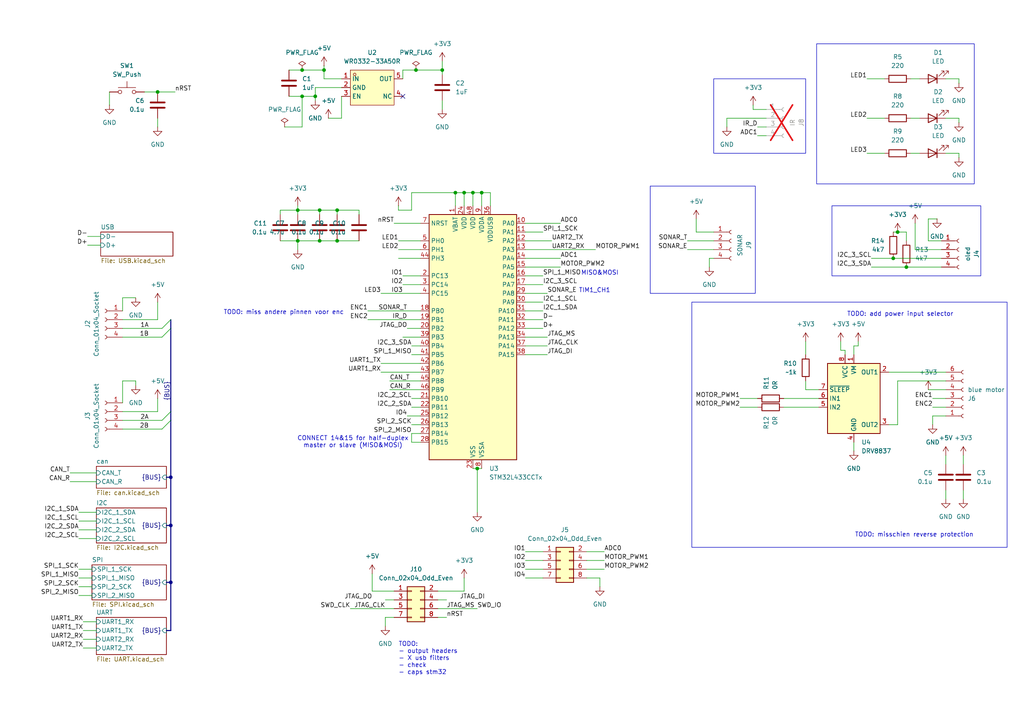
<source format=kicad_sch>
(kicad_sch (version 20231120) (generator "eeschema") (generator_version "8.0")
  (paper "A4")
  (lib_symbols
    (symbol "Connector:Conn_01x04_Socket" (pin_names (offset 1.016) hide)
      (property "Reference" "J" (at 0 5.08 0))
      (property "Value" "Conn_01x04_Socket" (at 0 -7.62 0))
      (symbol "Conn_01x04_Socket_1_1"
        (pin passive line (at -5.08 2.54 0) (length 3.81) (name "Pin_1") (number "1"))
        (pin passive line (at -5.08 0 0) (length 3.81) (name "Pin_2") (number "2"))
        (pin passive line (at -5.08 -2.54 0) (length 3.81) (name "Pin_3") (number "3"))
        (pin passive line (at -5.08 -5.08 0) (length 3.81) (name "Pin_4") (number "4"))
      )
    )
    (symbol "Connector:Conn_01x06_Socket" (pin_names (offset 1.016) hide)
      (property "Reference" "J" (at 0 7.62 0))
      (property "Value" "Conn_01x06_Socket" (at 0 -10.16 0))
      (symbol "Conn_01x06_Socket_1_1"
        (pin passive line (at -5.08 5.08 0) (length 3.81) (name "Pin_1") (number "1"))
        (pin passive line (at -5.08 2.54 0) (length 3.81) (name "Pin_2") (number "2"))
        (pin passive line (at -5.08 0 0) (length 3.81) (name "Pin_3") (number "3"))
        (pin passive line (at -5.08 -2.54 0) (length 3.81) (name "Pin_4") (number "4"))
        (pin passive line (at -5.08 -5.08 0) (length 3.81) (name "Pin_5") (number "5"))
        (pin passive line (at -5.08 -7.62 0) (length 3.81) (name "Pin_6") (number "6"))
      )
    )
    (symbol "Connector_Generic:Conn_02x04_Odd_Even" (pin_names (offset 1.016) hide)
      (property "Reference" "J" (at 1.27 5.08 0))
      (property "Value" "Conn_02x04_Odd_Even" (at 1.27 -7.62 0))
      (symbol "Conn_02x04_Odd_Even_1_1"
        (pin passive line (at -5.08 2.54 0) (length 3.81) (name "Pin_1") (number "1"))
        (pin passive line (at 7.62 2.54 180) (length 3.81) (name "Pin_2") (number "2"))
        (pin passive line (at -5.08 0 0) (length 3.81) (name "Pin_3") (number "3"))
        (pin passive line (at 7.62 0 180) (length 3.81) (name "Pin_4") (number "4"))
        (pin passive line (at -5.08 -2.54 0) (length 3.81) (name "Pin_5") (number "5"))
        (pin passive line (at 7.62 -2.54 180) (length 3.81) (name "Pin_6") (number "6"))
        (pin passive line (at -5.08 -5.08 0) (length 3.81) (name "Pin_7") (number "7"))
        (pin passive line (at 7.62 -5.08 180) (length 3.81) (name "Pin_8") (number "8"))
      )
    )
    (symbol "Device:C" (pin_numbers hide) (pin_names (offset 0.254))
      (property "Reference" "C" (at 0.635 2.54 0))
      (property "Value" "C" (at 0.635 -2.54 0))
      (symbol "C_1_1"
        (pin passive line (at 0 3.81 270) (length 2.794) (name "~") (number "1"))
        (pin passive line (at 0 -3.81 90) (length 2.794) (name "~") (number "2"))
      )
    )
    (symbol "Device:LED" (pin_numbers hide) (pin_names (offset 1.016) hide)
      (property "Reference" "D" (at 0 2.54 0))
      (property "Value" "LED" (at 0 -2.54 0))
      (symbol "LED_1_1"
        (pin passive line (at -3.81 0 0) (length 2.54) (name "K") (number "1"))
        (pin passive line (at 3.81 0 180) (length 2.54) (name "A") (number "2"))
      )
    )
    (symbol "Device:R" (pin_numbers hide) (pin_names (offset 0))
      (property "Reference" "R" (at 2.032 0 90))
      (property "Value" "R" (at 0 0 90))
      (symbol "R_1_1"
        (pin passive line (at 0 3.81 270) (length 1.27) (name "~") (number "1"))
        (pin passive line (at 0 -3.81 90) (length 1.27) (name "~") (number "2"))
      )
    )
    (symbol "Driver_Motor:DRV8837"
      (property "Reference" "U" (at 6.35 11.43 0))
      (property "Value" "DRV8837" (at -10.16 11.43 0))
      (symbol "DRV8837_1_1"
        (pin power_in line (at 0 12.7 270) (length 2.54) (name "VM") (number "1"))
        (pin output line (at 10.16 7.62 180) (length 2.54) (name "OUT1") (number "2"))
        (pin output line (at 10.16 -7.62 180) (length 2.54) (name "OUT2") (number "3"))
        (pin power_in line (at 0 -12.7 90) (length 2.54) (name "GND") (number "4"))
        (pin input line (at -10.16 -2.54 0) (length 2.54) (name "IN2") (number "5"))
        (pin input line (at -10.16 0 0) (length 2.54) (name "IN1") (number "6"))
        (pin input line (at -10.16 2.54 0) (length 2.54) (name "~{SLEEP}") (number "7"))
        (pin power_in line (at -2.54 12.7 270) (length 2.54) (name "VCC") (number "8"))
        (pin passive line (at 0 -12.7 90) (length 2.54) hide (name "GND") (number "9"))
      )
    )
    (symbol "MCU_ST_STM32L4:STM32L433CCTx"
      (property "Reference" "U" (at -12.7 36.83 0))
      (property "Value" "STM32L433CCTx" (at 7.62 36.83 0))
      (symbol "STM32L433CCTx_1_1"
        (pin power_in line (at -5.08 38.1 270) (length 2.54) (name "VBAT") (number "1"))
        (pin bidirectional line (at 15.24 33.02 180) (length 2.54) (name "PA0") (number "10"))
        (pin bidirectional line (at 15.24 30.48 180) (length 2.54) (name "PA1") (number "11"))
        (pin bidirectional line (at 15.24 27.94 180) (length 2.54) (name "PA2") (number "12"))
        (pin bidirectional line (at 15.24 25.4 180) (length 2.54) (name "PA3") (number "13"))
        (pin bidirectional line (at 15.24 22.86 180) (length 2.54) (name "PA4") (number "14"))
        (pin bidirectional line (at 15.24 20.32 180) (length 2.54) (name "PA5") (number "15"))
        (pin bidirectional line (at 15.24 17.78 180) (length 2.54) (name "PA6") (number "16"))
        (pin bidirectional line (at 15.24 15.24 180) (length 2.54) (name "PA7") (number "17"))
        (pin bidirectional line (at -15.24 7.62 0) (length 2.54) (name "PB0") (number "18"))
        (pin bidirectional line (at -15.24 5.08 0) (length 2.54) (name "PB1") (number "19"))
        (pin bidirectional line (at -15.24 17.78 0) (length 2.54) (name "PC13") (number "2"))
        (pin bidirectional line (at -15.24 2.54 0) (length 2.54) (name "PB2") (number "20"))
        (pin bidirectional line (at -15.24 -17.78 0) (length 2.54) (name "PB10") (number "21"))
        (pin bidirectional line (at -15.24 -20.32 0) (length 2.54) (name "PB11") (number "22"))
        (pin power_in line (at 0 -38.1 90) (length 2.54) (name "VSS") (number "23"))
        (pin power_in line (at -2.54 38.1 270) (length 2.54) (name "VDD") (number "24"))
        (pin bidirectional line (at -15.24 -22.86 0) (length 2.54) (name "PB12") (number "25"))
        (pin bidirectional line (at -15.24 -25.4 0) (length 2.54) (name "PB13") (number "26"))
        (pin bidirectional line (at -15.24 -27.94 0) (length 2.54) (name "PB14") (number "27"))
        (pin bidirectional line (at -15.24 -30.48 0) (length 2.54) (name "PB15") (number "28"))
        (pin bidirectional line (at 15.24 12.7 180) (length 2.54) (name "PA8") (number "29"))
        (pin bidirectional line (at -15.24 15.24 0) (length 2.54) (name "PC14") (number "3"))
        (pin bidirectional line (at 15.24 10.16 180) (length 2.54) (name "PA9") (number "30"))
        (pin bidirectional line (at 15.24 7.62 180) (length 2.54) (name "PA10") (number "31"))
        (pin bidirectional line (at 15.24 5.08 180) (length 2.54) (name "PA11") (number "32"))
        (pin bidirectional line (at 15.24 2.54 180) (length 2.54) (name "PA12") (number "33"))
        (pin bidirectional line (at 15.24 0 180) (length 2.54) (name "PA13") (number "34"))
        (pin passive line (at 0 -38.1 90) (length 2.54) hide (name "VSS") (number "35"))
        (pin power_in line (at 5.08 38.1 270) (length 2.54) (name "VDDUSB") (number "36"))
        (pin bidirectional line (at 15.24 -2.54 180) (length 2.54) (name "PA14") (number "37"))
        (pin bidirectional line (at 15.24 -5.08 180) (length 2.54) (name "PA15") (number "38"))
        (pin bidirectional line (at -15.24 0 0) (length 2.54) (name "PB3") (number "39"))
        (pin bidirectional line (at -15.24 12.7 0) (length 2.54) (name "PC15") (number "4"))
        (pin bidirectional line (at -15.24 -2.54 0) (length 2.54) (name "PB4") (number "40"))
        (pin bidirectional line (at -15.24 -5.08 0) (length 2.54) (name "PB5") (number "41"))
        (pin bidirectional line (at -15.24 -7.62 0) (length 2.54) (name "PB6") (number "42"))
        (pin bidirectional line (at -15.24 -10.16 0) (length 2.54) (name "PB7") (number "43"))
        (pin bidirectional line (at -15.24 22.86 0) (length 2.54) (name "PH3") (number "44"))
        (pin bidirectional line (at -15.24 -12.7 0) (length 2.54) (name "PB8") (number "45"))
        (pin bidirectional line (at -15.24 -15.24 0) (length 2.54) (name "PB9") (number "46"))
        (pin passive line (at 0 -38.1 90) (length 2.54) hide (name "VSS") (number "47"))
        (pin power_in line (at 0 38.1 270) (length 2.54) (name "VDD") (number "48"))
        (pin bidirectional line (at -15.24 27.94 0) (length 2.54) (name "PH0") (number "5"))
        (pin bidirectional line (at -15.24 25.4 0) (length 2.54) (name "PH1") (number "6"))
        (pin input line (at -15.24 33.02 0) (length 2.54) (name "NRST") (number "7"))
        (pin power_in line (at 2.54 -38.1 90) (length 2.54) (name "VSSA") (number "8"))
        (pin power_in line (at 2.54 38.1 270) (length 2.54) (name "VDDA") (number "9"))
      )
    )
    (symbol "Switch:SW_Push" (pin_numbers hide) (pin_names (offset 1.016) hide)
      (property "Reference" "SW" (at 1.27 2.54 0))
      (property "Value" "SW_Push" (at 0 -1.524 0))
      (symbol "SW_Push_0_1"
        (pin passive line (at -5.08 0 0) (length 2.54) (name "1") (number "1"))
        (pin passive line (at 5.08 0 180) (length 2.54) (name "2") (number "2"))
      )
    )
    (symbol "lcsc:WR0332-33A50R"
      (property "Reference" "U" (at 0 7.62 0))
      (property "Value" "WR0332-33A50R" (at 0 -7.62 0))
      (symbol "WR0332-33A50R_0_1"
        (pin unspecified line (at -8.89 2.54 0) (length 2.54) (name "IN") (number "1"))
        (pin unspecified line (at -8.89 0 0) (length 2.54) (name "GND") (number "2"))
        (pin unspecified line (at -8.89 -2.54 0) (length 2.54) (name "EN") (number "3"))
        (pin unspecified line (at 8.89 -2.54 180) (length 2.54) (name "NC") (number "4"))
        (pin unspecified line (at 8.89 2.54 180) (length 2.54) (name "OUT") (number "5"))
      )
    )
    (symbol "power:+3V3" (power) (pin_numbers hide) (pin_names (offset 0) hide)
      (property "Value" "+3V3" (at 0 3.556 0))
      (symbol "+3V3_1_1"
        (pin power_in line (at 0 0 90) (length 0) (name "~") (number "1"))
      )
    )
    (symbol "power:+5V" (power) (pin_numbers hide) (pin_names (offset 0) hide)
      (property "Value" "+5V" (at 0 3.556 0))
      (symbol "+5V_1_1"
        (pin power_in line (at 0 0 90) (length 0) (name "~") (number "1"))
      )
    )
    (symbol "power:GND" (power) (pin_numbers hide) (pin_names (offset 0) hide)
      (property "Value" "GND" (at 0 -3.81 0))
      (symbol "GND_1_1"
        (pin power_in line (at 0 0 270) (length 0) (name "~") (number "1"))
      )
    )
    (symbol "power:PWR_FLAG" (power) (pin_numbers hide) (pin_names (offset 0) hide)
      (property "Value" "PWR_FLAG" (at 0 3.81 0))
      (symbol "PWR_FLAG_0_0"
        (pin power_out line (at 0 0 90) (length 0) (name "~") (number "1"))
      )
    )
  )
  (bus_alias "BUS" (members "1A" "1B" "2A" "2B"))
  (bus_alias "BUS2" (members "A" "B"))
  (junction (at 262.89 77.47))
  (junction (at 97.79 69.85))
  (junction (at 49.53 152.4))
  (junction (at 260.35 67.31))
  (junction (at 139.7 55.88))
  (junction (at 86.36 60.96))
  (junction (at 97.79 60.96))
  (junction (at 87.63 20.32))
  (junction (at 92.71 69.85))
  (junction (at 137.16 55.88))
  (junction (at 93.98 20.32))
  (junction (at 92.71 60.96))
  (junction (at 132.08 55.88))
  (junction (at 259.08 74.93))
  (junction (at 49.53 168.91))
  (junction (at 134.62 55.88))
  (junction (at 128.27 20.32))
  (junction (at 138.43 135.89))
  (junction (at 45.72 26.67))
  (junction (at 91.44 27.94))
  (junction (at 87.63 27.94))
  (junction (at 120.65 20.32))
  (junction (at 86.36 69.85))
  (junction (at 49.53 138.43))
  (no_connect (at 116.84 27.94))
  (bus_entry (at 49.53 95.25) (size -2.54 2.54))
  (bus_entry (at 49.53 92.71) (size -2.54 2.54))
  (bus_entry (at 49.53 119.38) (size -2.54 2.54))
  (bus_entry (at 46.99 124.46) (size 2.54 -2.54))
  (wire (pts (xy 264.16 22.86) (xy 266.7 22.86)))
  (wire (pts (xy 157.48 82.55) (xy 152.4 82.55)))
  (wire (pts (xy 152.4 167.64) (xy 157.48 167.64)))
  (wire (pts (xy 175.26 160.02) (xy 170.18 160.02)))
  (wire (pts (xy 158.75 100.33) (xy 152.4 100.33)))
  (wire (pts (xy 22.86 148.59) (xy 27.94 148.59)))
  (wire (pts (xy 152.4 77.47) (xy 162.56 77.47)))
  (wire (pts (xy 92.71 60.96) (xy 97.79 60.96)))
  (wire (pts (xy 265.43 72.39) (xy 273.05 72.39)))
  (wire (pts (xy 22.86 172.72) (xy 26.67 172.72)))
  (wire (pts (xy 152.4 72.39) (xy 172.72 72.39)))
  (wire (pts (xy 104.14 60.96) (xy 104.14 62.23)))
  (wire (pts (xy 119.38 125.73) (xy 119.38 128.27)))
  (wire (pts (xy 269.24 113.03) (xy 274.32 113.03)))
  (wire (pts (xy 97.79 60.96) (xy 97.79 62.23)))
  (wire (pts (xy 173.99 167.64) (xy 170.18 167.64)))
  (wire (pts (xy 127 176.53) (xy 138.43 176.53)))
  (wire (pts (xy 158.75 102.87) (xy 152.4 102.87)))
  (wire (pts (xy 157.48 92.71) (xy 152.4 92.71)))
  (wire (pts (xy 115.57 72.39) (xy 121.92 72.39)))
  (wire (pts (xy 35.56 116.84) (xy 35.56 110.49)))
  (wire (pts (xy 93.98 19.05) (xy 93.98 20.32)))
  (wire (pts (xy 128.27 21.59) (xy 128.27 20.32)))
  (wire (pts (xy 278.13 22.86) (xy 274.32 22.86)))
  (wire (pts (xy 22.86 156.21) (xy 27.94 156.21)))
  (wire (pts (xy 113.03 110.49) (xy 121.92 110.49)))
  (wire (pts (xy 152.4 69.85) (xy 160.02 69.85)))
  (wire (pts (xy 152.4 85.09) (xy 158.75 85.09)))
  (wire (pts (xy 87.63 20.32) (xy 93.98 20.32)))
  (wire (pts (xy 157.48 80.01) (xy 152.4 80.01)))
  (wire (pts (xy 270.51 120.65) (xy 274.32 120.65)))
  (wire (pts (xy 278.13 44.45) (xy 274.32 44.45)))
  (wire (pts (xy 86.36 60.96) (xy 86.36 62.23)))
  (wire (pts (xy 279.4 142.24) (xy 279.4 144.78)))
  (wire (pts (xy 248.92 100.33) (xy 247.65 100.33)))
  (wire (pts (xy 95.25 34.29) (xy 99.06 34.29)))
  (wire (pts (xy 35.56 95.25) (xy 46.99 95.25)))
  (wire (pts (xy 24.13 185.42) (xy 27.94 185.42)))
  (wire (pts (xy 111.76 179.07) (xy 114.3 179.07)))
  (wire (pts (xy 237.49 113.03) (xy 233.68 113.03)))
  (wire (pts (xy 199.39 72.39) (xy 207.01 72.39)))
  (wire (pts (xy 45.72 119.38) (xy 45.72 115.57)))
  (wire (pts (xy 22.86 165.1) (xy 26.67 165.1)))
  (wire (pts (xy 251.46 34.29) (xy 256.54 34.29)))
  (wire (pts (xy 119.38 123.19) (xy 121.92 123.19)))
  (bus (pts (xy 48.26 168.91) (xy 49.53 168.91)))
  (wire (pts (xy 158.75 97.79) (xy 152.4 97.79)))
  (wire (pts (xy 265.43 64.77) (xy 265.43 72.39)))
  (wire (pts (xy 152.4 64.77) (xy 162.56 64.77)))
  (wire (pts (xy 127 173.99) (xy 129.54 173.99)))
  (wire (pts (xy 278.13 34.29) (xy 274.32 34.29)))
  (wire (pts (xy 270.51 115.57) (xy 274.32 115.57)))
  (wire (pts (xy 152.4 160.02) (xy 157.48 160.02)))
  (bus (pts (xy 49.53 119.38) (xy 49.53 121.92)))
  (wire (pts (xy 35.56 97.79) (xy 46.99 97.79)))
  (wire (pts (xy 157.48 95.25) (xy 152.4 95.25)))
  (wire (pts (xy 138.43 135.89) (xy 139.7 135.89)))
  (wire (pts (xy 35.56 121.92) (xy 46.99 121.92)))
  (wire (pts (xy 81.28 60.96) (xy 86.36 60.96)))
  (bus (pts (xy 49.53 95.25) (xy 49.53 119.38)))
  (wire (pts (xy 278.13 24.13) (xy 278.13 22.86)))
  (wire (pts (xy 274.32 142.24) (xy 274.32 144.78)))
  (wire (pts (xy 132.08 55.88) (xy 134.62 55.88)))
  (wire (pts (xy 22.86 170.18) (xy 26.67 170.18)))
  (wire (pts (xy 25.4 71.12) (xy 29.21 71.12)))
  (wire (pts (xy 25.4 68.58) (xy 29.21 68.58)))
  (wire (pts (xy 115.57 59.69) (xy 115.57 60.96)))
  (wire (pts (xy 86.36 69.85) (xy 92.71 69.85)))
  (wire (pts (xy 86.36 72.39) (xy 86.36 69.85)))
  (wire (pts (xy 91.44 27.94) (xy 91.44 25.4)))
  (wire (pts (xy 83.82 20.32) (xy 87.63 20.32)))
  (wire (pts (xy 210.82 36.83) (xy 210.82 34.29)))
  (wire (pts (xy 111.76 181.61) (xy 111.76 179.07)))
  (wire (pts (xy 31.75 26.67) (xy 31.75 30.48)))
  (wire (pts (xy 139.7 55.88) (xy 142.24 55.88)))
  (wire (pts (xy 113.03 113.03) (xy 121.92 113.03)))
  (wire (pts (xy 251.46 22.86) (xy 256.54 22.86)))
  (wire (pts (xy 142.24 55.88) (xy 142.24 59.69)))
  (wire (pts (xy 248.92 99.06) (xy 248.92 100.33)))
  (wire (pts (xy 257.81 107.95) (xy 274.32 107.95)))
  (wire (pts (xy 110.49 107.95) (xy 121.92 107.95)))
  (bus (pts (xy 48.26 182.88) (xy 49.53 182.88)))
  (wire (pts (xy 45.72 26.67) (xy 50.8 26.67)))
  (wire (pts (xy 205.74 77.47) (xy 205.74 74.93)))
  (wire (pts (xy 119.38 100.33) (xy 121.92 100.33)))
  (wire (pts (xy 210.82 34.29) (xy 222.25 34.29)))
  (wire (pts (xy 219.71 39.37) (xy 222.25 39.37)))
  (wire (pts (xy 119.38 125.73) (xy 121.92 125.73)))
  (wire (pts (xy 157.48 87.63) (xy 152.4 87.63)))
  (wire (pts (xy 81.28 60.96) (xy 81.28 62.23)))
  (wire (pts (xy 201.93 67.31) (xy 207.01 67.31)))
  (wire (pts (xy 252.73 77.47) (xy 262.89 77.47)))
  (wire (pts (xy 86.36 59.69) (xy 86.36 60.96)))
  (wire (pts (xy 269.24 69.85) (xy 273.05 69.85)))
  (wire (pts (xy 245.11 101.6) (xy 245.11 102.87)))
  (wire (pts (xy 137.16 55.88) (xy 139.7 55.88)))
  (wire (pts (xy 262.89 77.47) (xy 273.05 77.47)))
  (wire (pts (xy 81.28 69.85) (xy 86.36 69.85)))
  (wire (pts (xy 24.13 182.88) (xy 27.94 182.88)))
  (wire (pts (xy 201.93 63.5) (xy 201.93 67.31)))
  (wire (pts (xy 259.08 74.93) (xy 273.05 74.93)))
  (wire (pts (xy 199.39 69.85) (xy 207.01 69.85)))
  (wire (pts (xy 175.26 162.56) (xy 170.18 162.56)))
  (wire (pts (xy 218.44 30.48) (xy 218.44 31.75)))
  (wire (pts (xy 93.98 20.32) (xy 93.98 22.86)))
  (wire (pts (xy 134.62 167.64) (xy 134.62 171.45)))
  (wire (pts (xy 278.13 45.72) (xy 278.13 44.45)))
  (wire (pts (xy 106.68 92.71) (xy 121.92 92.71)))
  (wire (pts (xy 259.08 67.31) (xy 260.35 67.31)))
  (wire (pts (xy 39.37 86.36) (xy 35.56 86.36)))
  (wire (pts (xy 93.98 22.86) (xy 99.06 22.86)))
  (wire (pts (xy 264.16 34.29) (xy 266.7 34.29)))
  (wire (pts (xy 128.27 17.78) (xy 128.27 20.32)))
  (wire (pts (xy 243.84 99.06) (xy 243.84 101.6)))
  (wire (pts (xy 91.44 29.21) (xy 91.44 27.94)))
  (wire (pts (xy 20.32 139.7) (xy 27.94 139.7)))
  (wire (pts (xy 82.55 36.83) (xy 87.63 36.83)))
  (wire (pts (xy 35.56 119.38) (xy 45.72 119.38)))
  (wire (pts (xy 137.16 55.88) (xy 137.16 59.69)))
  (wire (pts (xy 139.7 55.88) (xy 139.7 59.69)))
  (wire (pts (xy 22.86 167.64) (xy 26.67 167.64)))
  (wire (pts (xy 87.63 36.83) (xy 87.63 27.94)))
  (wire (pts (xy 24.13 187.96) (xy 27.94 187.96)))
  (wire (pts (xy 138.43 135.89) (xy 137.16 135.89)))
  (wire (pts (xy 119.38 55.88) (xy 132.08 55.88)))
  (wire (pts (xy 20.32 137.16) (xy 27.94 137.16)))
  (wire (pts (xy 152.4 74.93) (xy 162.56 74.93)))
  (wire (pts (xy 260.35 110.49) (xy 274.32 110.49)))
  (wire (pts (xy 214.63 118.11) (xy 219.71 118.11)))
  (wire (pts (xy 106.68 90.17) (xy 121.92 90.17)))
  (wire (pts (xy 233.68 110.49) (xy 233.68 113.03)))
  (wire (pts (xy 128.27 29.21) (xy 128.27 31.75)))
  (wire (pts (xy 134.62 55.88) (xy 134.62 59.69)))
  (wire (pts (xy 45.72 34.29) (xy 45.72 36.83)))
  (wire (pts (xy 247.65 100.33) (xy 247.65 102.87)))
  (bus (pts (xy 49.53 168.91) (xy 49.53 182.88)))
  (wire (pts (xy 35.56 86.36) (xy 35.56 90.17)))
  (wire (pts (xy 116.84 82.55) (xy 121.92 82.55)))
  (wire (pts (xy 257.81 123.19) (xy 260.35 123.19)))
  (wire (pts (xy 118.11 120.65) (xy 121.92 120.65)))
  (wire (pts (xy 175.26 165.1) (xy 170.18 165.1)))
  (wire (pts (xy 97.79 69.85) (xy 104.14 69.85)))
  (wire (pts (xy 260.35 67.31) (xy 262.89 67.31)))
  (wire (pts (xy 45.72 87.63) (xy 45.72 92.71)))
  (wire (pts (xy 35.56 110.49) (xy 39.37 110.49)))
  (wire (pts (xy 41.91 26.67) (xy 45.72 26.67)))
  (wire (pts (xy 87.63 27.94) (xy 91.44 27.94)))
  (bus (pts (xy 49.53 92.71) (xy 49.53 95.25)))
  (wire (pts (xy 270.51 123.19) (xy 270.51 120.65)))
  (wire (pts (xy 219.71 36.83) (xy 222.25 36.83)))
  (wire (pts (xy 116.84 97.79) (xy 121.92 97.79)))
  (wire (pts (xy 111.76 173.99) (xy 114.3 173.99)))
  (wire (pts (xy 274.32 132.08) (xy 274.32 134.62)))
  (bus (pts (xy 48.26 152.4) (xy 49.53 152.4)))
  (wire (pts (xy 134.62 171.45) (xy 127 171.45)))
  (wire (pts (xy 35.56 92.71) (xy 45.72 92.71)))
  (wire (pts (xy 233.68 99.06) (xy 233.68 102.87)))
  (wire (pts (xy 22.86 151.13) (xy 27.94 151.13)))
  (wire (pts (xy 35.56 124.46) (xy 46.99 124.46)))
  (bus (pts (xy 49.53 152.4) (xy 49.53 168.91)))
  (bus (pts (xy 48.26 138.43) (xy 49.53 138.43)))
  (wire (pts (xy 119.38 115.57) (xy 121.92 115.57)))
  (wire (pts (xy 152.4 165.1) (xy 157.48 165.1)))
  (bus (pts (xy 49.53 121.92) (xy 49.53 138.43)))
  (wire (pts (xy 157.48 90.17) (xy 152.4 90.17)))
  (wire (pts (xy 116.84 20.32) (xy 120.65 20.32)))
  (wire (pts (xy 114.3 64.77) (xy 121.92 64.77)))
  (wire (pts (xy 116.84 22.86) (xy 116.84 20.32)))
  (wire (pts (xy 227.33 115.57) (xy 237.49 115.57)))
  (wire (pts (xy 107.95 166.37) (xy 107.95 171.45)))
  (wire (pts (xy 115.57 69.85) (xy 121.92 69.85)))
  (wire (pts (xy 119.38 118.11) (xy 121.92 118.11)))
  (wire (pts (xy 173.99 170.18) (xy 173.99 167.64)))
  (wire (pts (xy 110.49 105.41) (xy 121.92 105.41)))
  (wire (pts (xy 214.63 115.57) (xy 219.71 115.57)))
  (wire (pts (xy 116.84 80.01) (xy 121.92 80.01)))
  (wire (pts (xy 91.44 25.4) (xy 99.06 25.4)))
  (wire (pts (xy 260.35 123.19) (xy 260.35 110.49)))
  (wire (pts (xy 134.62 55.88) (xy 137.16 55.88)))
  (wire (pts (xy 127 179.07) (xy 129.54 179.07)))
  (wire (pts (xy 251.46 44.45) (xy 256.54 44.45)))
  (wire (pts (xy 92.71 60.96) (xy 92.71 62.23)))
  (wire (pts (xy 115.57 60.96) (xy 119.38 60.96)))
  (wire (pts (xy 152.4 162.56) (xy 157.48 162.56)))
  (wire (pts (xy 97.79 60.96) (xy 104.14 60.96)))
  (wire (pts (xy 157.48 67.31) (xy 152.4 67.31)))
  (wire (pts (xy 205.74 74.93) (xy 207.01 74.93)))
  (wire (pts (xy 264.16 44.45) (xy 266.7 44.45)))
  (wire (pts (xy 24.13 180.34) (xy 27.94 180.34)))
  (wire (pts (xy 262.89 67.31) (xy 262.89 69.85)))
  (wire (pts (xy 271.78 63.5) (xy 269.24 63.5)))
  (wire (pts (xy 278.13 35.56) (xy 278.13 34.29)))
  (wire (pts (xy 118.11 95.25) (xy 121.92 95.25)))
  (wire (pts (xy 243.84 101.6) (xy 245.11 101.6)))
  (wire (pts (xy 227.33 118.11) (xy 237.49 118.11)))
  (wire (pts (xy 279.4 132.08) (xy 279.4 134.62)))
  (wire (pts (xy 99.06 34.29) (xy 99.06 27.94)))
  (wire (pts (xy 119.38 128.27) (xy 121.92 128.27)))
  (wire (pts (xy 119.38 102.87) (xy 121.92 102.87)))
  (wire (pts (xy 115.57 74.93) (xy 121.92 74.93)))
  (wire (pts (xy 252.73 74.93) (xy 259.08 74.93)))
  (wire (pts (xy 86.36 60.96) (xy 92.71 60.96)))
  (wire (pts (xy 247.65 128.27) (xy 247.65 130.81)))
  (wire (pts (xy 270.51 118.11) (xy 274.32 118.11)))
  (wire (pts (xy 110.49 85.09) (xy 121.92 85.09)))
  (wire (pts (xy 269.24 63.5) (xy 269.24 69.85)))
  (wire (pts (xy 120.65 20.32) (xy 128.27 20.32)))
  (wire (pts (xy 22.86 153.67) (xy 27.94 153.67)))
  (wire (pts (xy 39.37 110.49) (xy 39.37 111.76)))
  (wire (pts (xy 92.71 69.85) (xy 97.79 69.85)))
  (wire (pts (xy 83.82 27.94) (xy 87.63 27.94)))
  (wire (pts (xy 107.95 171.45) (xy 114.3 171.45)))
  (wire (pts (xy 132.08 55.88) (xy 132.08 59.69)))
  (wire (pts (xy 119.38 55.88) (xy 119.38 60.96)))
  (wire (pts (xy 101.6 176.53) (xy 114.3 176.53)))
  (bus (pts (xy 49.53 138.43) (xy 49.53 152.4)))
  (wire (pts (xy 138.43 135.89) (xy 138.43 148.59)))
  (wire (pts (xy 218.44 31.75) (xy 222.25 31.75)))
  (rectangle (start 188.595 53.975) (end 219.075 85.09))
  (rectangle (start 241.3 59.69) (end 284.48 80.01))
  (rectangle (start 236.855 12.7) (end 282.575 53.34))
  (rectangle (start 207.01 22.86) (end 233.68 44.45))
  (rectangle (start 200.66 87.63) (end 292.1 158.75))
  (text "TODO: misschien reverse protection" (at 265.176 155.194 0) (effects (font (size 1.27 1.27))))
  (text "TODO:\n- output headers\n- X usb filters\n- check\n- caps stm32\n" (at 115.57 191.008 0) (effects (font (size 1.27 1.27)) (justify left)))
  (text "TODO: add power input selector" (at 261.112 91.186 0) (effects (font (size 1.27 1.27))))
  (text "MISO&MOSI" (at 173.99 79.248 0) (effects (font (size 1.27 1.27))))
  (text "TIM1_CH1" (at 172.466 84.328 0) (effects (font (size 1.27 1.27))))
  (text "CONNECT 14&15 for half-duplex\nmaster or slave (MISO&MOSI)" (at 102.362 128.27 0) (effects (font (size 1.27 1.27))))
  (text "TODO: miss andere pinnen voor enc" (at 82.296 90.678 0) (effects (font (size 1.27 1.27))))
  (label "JTAG_DI" (at 158.75 102.87 0))
  (label "CAN_T" (at 20.32 137.16 180))
  (label "ADC1" (at 219.71 39.37 180))
  (label "D+" (at 25.4 71.12 180))
  (label "nRST" (at 50.7397 26.67 0))
  (label "ADC0" (at 175.26 160.02 0))
  (label "IO4" (at 118.11 120.65 180))
  (label "MOTOR_PWM1" (at 175.26 162.56 0))
  (label "IO2" (at 152.4 162.56 180))
  (label "LED3" (at 110.49 85.09 180))
  (label "SONAR_E" (at 158.75 85.09 0))
  (label "SPI_2_SCK" (at 22.86 170.18 180))
  (label "SPI_1_SCK" (at 22.86 165.1 180))
  (label "1B" (at 43.18 97.79 180))
  (label "1A" (at 43.18 95.25 180))
  (label "I2C_1_SDA" (at 157.48 90.17 0))
  (label "IO1" (at 152.4 160.02 180))
  (label "UART1_RX" (at 110.49 107.95 180))
  (label "UART2_RX" (at 160.02 72.39 0))
  (label "UART2_RX" (at 24.13 185.42 180))
  (label "MOTOR_PWM2" (at 162.56 77.47 0))
  (label "JTAG_MS" (at 158.75 97.79 0))
  (label "SONAR_E" (at 199.39 72.39 180))
  (label "UART2_TX" (at 24.13 187.96 180))
  (label "SPI_1_MISO" (at 119.38 102.87 180))
  (label "D-" (at 25.4 68.58 180))
  (label "I2C_3_SDA" (at 119.38 100.33 180))
  (label "nRST" (at 129.54 179.07 0))
  (label "ADC0" (at 162.56 64.77 0))
  (label "I2C_1_SDA" (at 22.86 148.59 180))
  (label "SPI_1_SCK" (at 157.48 67.31 0))
  (label "ENC1" (at 270.51 115.57 180))
  (label "nRST" (at 114.3 64.77 180))
  (label "I2C_3_SCL" (at 252.73 74.93 180))
  (label "D+" (at 157.48 95.25 0))
  (label "SONAR_T" (at 118.11 90.17 180))
  (label "I2C_2_SDA" (at 22.86 153.67 180))
  (label "IR_D" (at 219.71 36.83 180))
  (label "SWD_CLK" (at 101.6 176.53 180))
  (label "LED3" (at 251.46 44.45 180))
  (label "UART1_TX" (at 24.13 182.88 180))
  (label "IO1" (at 116.84 80.01 180))
  (label "I2C_1_SCL" (at 157.48 87.63 0))
  (label "2B" (at 43.18 124.46 180))
  (label "ENC2" (at 106.68 92.71 180))
  (label "SPI_2_MISO" (at 22.86 172.72 180))
  (label "ENC1" (at 106.68 90.17 180))
  (label "MOTOR_PWM2" (at 214.63 118.11 180))
  (label "UART1_TX" (at 110.49 105.41 180))
  (label "SPI_1_MISO" (at 22.86 167.64 180))
  (label "JTAG_CLK" (at 158.75 100.33 0))
  (label "SPI_2_MISO" (at 119.38 125.73 180))
  (label "I2C_2_SCL" (at 119.38 115.57 180))
  (label "I2C_3_SCL" (at 157.48 82.55 0))
  (label "SWD_IO" (at 138.43 176.53 0))
  (label "UART1_RX" (at 24.13 180.34 180))
  (label "LED1" (at 115.57 69.85 180))
  (label "JTAG_MS" (at 129.54 176.53 0))
  (label "CAN_R" (at 20.32 139.7 180))
  (label "IO3" (at 116.84 85.09 180))
  (label "SPI_1_MISO" (at 157.48 80.01 0))
  (label "2A" (at 43.18 121.92 180))
  (label "CAN_R" (at 113.03 113.03 0))
  (label "LED2" (at 251.46 34.29 180))
  (label "I2C_3_SDA" (at 252.73 77.47 180))
  (label "ENC2" (at 270.51 118.11 180))
  (label "SPI_2_SCK" (at 119.38 123.19 180))
  (label "{BUS}" (at 49.53 110.49 270))
  (label "ADC1" (at 162.56 74.93 0))
  (label "IO2" (at 116.84 82.55 180))
  (label "IO4" (at 152.4 167.64 180))
  (label "MOTOR_PWM2" (at 175.26 165.1 0))
  (label "D-" (at 157.48 92.71 0))
  (label "LED2" (at 115.57 72.39 180))
  (label "JTAG_CLK" (at 111.76 176.53 180))
  (label "MOTOR_PWM1" (at 214.63 115.57 180))
  (label "I2C_2_SDA" (at 119.38 118.11 180))
  (label "JTAG_DI" (at 133.35 173.99 0))
  (label "IR_D" (at 118.11 92.71 180))
  (label "SONAR_T" (at 199.39 69.85 180))
  (label "CAN_T" (at 113.03 110.49 0))
  (label "I2C_1_SCL" (at 22.86 151.13 180))
  (label "IO3" (at 152.4 165.1 180))
  (label "JTAG_DO" (at 118.11 95.25 180))
  (label "UART2_TX" (at 160.02 69.85 0))
  (label "JTAG_DO" (at 107.95 173.99 180))
  (label "LED1" (at 251.46 22.86 180))
  (label "I2C_2_SCL" (at 22.86 156.21 180))
  (label "MOTOR_PWM1" (at 172.72 72.39 0))
  (symbol (lib_id "power:GND") (at 173.99 170.18 0) (unit 1)
    (property "Reference" "#PWR020" (effects (hide yes)))
    (property "Value" "GND" (at 173.99 175.26 0))
    (property "Description" "Power symbol creates a global label with name \"GND\" , ground" (effects (hide yes)))
  )
  (symbol (lib_id "power:+5V") (at 95.25 34.29 0) (unit 1)
    (property "Reference" "#PWR09" (effects (hide yes)))
    (property "Value" "+5V" (at 95.25 29.21 0))
    (property "Description" "Power symbol creates a global label with name \"+5V\"" (effects (hide yes)))
  )
  (symbol (lib_id "power:GND") (at 39.37 86.36 0) (mirror y) (unit 1)
    (property "Reference" "#PWR04" (effects (hide yes)))
    (property "Value" "GND" (at 39.37 91.44 0))
    (property "Description" "Power symbol creates a global label with name \"GND\" , ground" (effects (hide yes)))
  )
  (symbol (lib_id "power:+3V3") (at 279.4 132.08 0) (unit 1)
    (property "Reference" "#PWR036" (effects (hide yes)))
    (property "Value" "+3V3" (at 279.4 127 0))
    (property "Description" "Power symbol creates a global label with name \"+3V3\"" (effects (hide yes)))
  )
  (symbol (lib_id "Device:C") (at 128.27 25.4 0) (unit 1)
    (property "Reference" "C2" (at 132.08 24.1299 0) (effects (justify left)))
    (property "Value" "1uF" (at 132.08 26.6699 0) (effects (justify left)))
    (property "Footprint" "Capacitor_SMD:C_0805_2012Metric" (effects (hide yes)))
    (property "Description" "Unpolarized capacitor" (effects (hide yes)))
    (property "LCSC" "C215803" (effects (hide yes)))
  )
  (symbol (lib_id "power:+5V") (at 274.32 132.08 0) (unit 1)
    (property "Reference" "#PWR039" (effects (hide yes)))
    (property "Value" "+5V" (at 274.32 127 0))
    (property "Description" "Power symbol creates a global label with name \"+5V\"" (effects (hide yes)))
  )
  (symbol (lib_id "Connector_Generic:Conn_02x04_Odd_Even") (at 162.56 162.56 0) (unit 1)
    (property "Reference" "J5" (at 163.83 153.67 0))
    (property "Value" "Conn_02x04_Odd_Even" (at 163.83 156.21 0))
    (property "Footprint" "Connector_PinHeader_2.54mm:PinHeader_2x04_P2.54mm_Vertical" (effects (hide yes)))
    (property "Description" "Generic connector, double row, 02x04, odd/even pin numbering scheme (row 1 odd numbers, row 2 even numbers), script generated (kicad-library-utils/schlib/autogen/connector/)" (effects (hide yes)))
  )
  (symbol (lib_id "Device:R") (at 223.52 118.11 270) (mirror x) (unit 1)
    (property "Reference" "R12" (at 222.2499 120.65 0) (effects (justify right)))
    (property "Value" "0R" (at 224.7899 120.65 0) (effects (justify right)))
    (property "Footprint" "Resistor_SMD:R_0805_2012Metric" (effects (hide yes)))
    (property "Description" "Resistor" (effects (hide yes)))
  )
  (symbol (lib_id "power:GND") (at 128.27 31.75 0) (unit 1)
    (property "Reference" "#PWR07" (effects (hide yes)))
    (property "Value" "GND" (at 128.27 36.83 0))
    (property "Description" "Power symbol creates a global label with name \"GND\" , ground" (effects (hide yes)))
  )
  (symbol (lib_id "Device:C") (at 83.82 24.13 0) (unit 1)
    (property "Reference" "C1" (at 87.63 22.8599 0) (effects (justify left)))
    (property "Value" "1uF" (at 87.63 25.3999 0) (effects (justify left)))
    (property "Footprint" "Capacitor_SMD:C_0805_2012Metric" (effects (hide yes)))
    (property "Description" "Unpolarized capacitor" (effects (hide yes)))
    (property "LCSC" "C215803" (effects (hide yes)))
  )
  (symbol (lib_id "Device:LED") (at 270.51 34.29 180) (unit 1)
    (property "Reference" "D2" (at 272.0975 26.67 0))
    (property "Value" "LED" (at 272.0975 29.21 0))
    (property "Footprint" "LED_SMD:LED_0805_2012Metric" (effects (hide yes)))
    (property "Description" "Light emitting diode" (effects (hide yes)))
  )
  (symbol (lib_id "power:+3V3") (at 233.68 99.06 0) (unit 1)
    (property "Reference" "#PWR040" (effects (hide yes)))
    (property "Value" "+3V3" (at 233.68 93.98 0))
    (property "Description" "Power symbol creates a global label with name \"+3V3\"" (effects (hide yes)))
  )
  (symbol (lib_id "power:GND") (at 86.36 72.39 0) (unit 1)
    (property "Reference" "#PWR052" (effects (hide yes)))
    (property "Value" "GND" (at 86.36 77.47 0))
    (property "Description" "Power symbol creates a global label with name \"GND\" , ground" (effects (hide yes)))
  )
  (symbol (lib_id "power:+3V3") (at 218.44 30.48 0) (unit 1)
    (property "Reference" "#PWR044" (effects (hide yes)))
    (property "Value" "+3V3" (at 218.44 25.4 0))
    (property "Description" "Power symbol creates a global label with name \"+3V3\"" (effects (hide yes)))
  )
  (symbol (lib_id "power:GND") (at 270.51 123.19 0) (unit 1)
    (property "Reference" "#PWR041" (effects (hide yes)))
    (property "Value" "GND" (at 270.51 128.27 0))
    (property "Description" "Power symbol creates a global label with name \"GND\" , ground" (effects (hide yes)))
  )
  (symbol (lib_id "power:+5V") (at 201.93 63.5 0) (unit 1)
    (property "Reference" "#PWR045" (effects (hide yes)))
    (property "Value" "+5V" (at 201.93 58.42 0))
    (property "Description" "Power symbol creates a global label with name \"+5V\"" (effects (hide yes)))
  )
  (symbol (lib_id "power:GND") (at 91.44 29.21 0) (unit 1)
    (property "Reference" "#PWR06" (effects (hide yes)))
    (property "Value" "GND" (at 91.44 34.29 0))
    (property "Description" "Power symbol creates a global label with name \"GND\" , ground" (effects (hide yes)))
  )
  (symbol (lib_id "power:+3V3") (at 115.57 59.69 0) (unit 1)
    (property "Reference" "#PWR012" (effects (hide yes)))
    (property "Value" "+3V3" (at 115.57 54.61 0))
    (property "Description" "Power symbol creates a global label with name \"+3V3\"" (effects (hide yes)))
  )
  (symbol (lib_id "power:GND") (at 210.82 36.83 0) (unit 1)
    (property "Reference" "#PWR043" (effects (hide yes)))
    (property "Value" "GND" (at 210.82 41.91 0))
    (property "Description" "Power symbol creates a global label with name \"GND\" , ground" (effects (hide yes)))
  )
  (symbol (lib_id "power:GND") (at 111.76 181.61 0) (unit 1)
    (property "Reference" "#PWR051" (effects (hide yes)))
    (property "Value" "GND" (at 111.76 186.69 0))
    (property "Description" "Power symbol creates a global label with name \"GND\" , ground" (effects (hide yes)))
  )
  (symbol (lib_id "power:+3V3") (at 128.27 17.78 0) (unit 1)
    (property "Reference" "#PWR08" (effects (hide yes)))
    (property "Value" "+3V3" (at 128.27 12.7 0))
    (property "Description" "Power symbol creates a global label with name \"+3V3\"" (effects (hide yes)))
  )
  (symbol (lib_id "power:PWR_FLAG") (at 82.55 36.83 0) (unit 1)
    (property "Reference" "#FLG03" (effects (hide yes)))
    (property "Value" "PWR_FLAG" (at 82.55 31.75 0))
    (property "Description" "Special symbol for telling ERC where power comes from" (effects (hide yes)))
  )
  (symbol (lib_id "Connector:Conn_01x06_Socket") (at 279.4 115.57 0) (mirror x) (unit 1)
    (property "Reference" "J6" (at 280.67 115.5701 0) (effects (justify left)))
    (property "Value" "blue motor" (at 280.67 113.0301 0) (effects (justify left)))
    (property "Footprint" "Connector_JST:JST_PH_B6B-PH-K_1x06_P2.00mm_Vertical" (effects (hide yes)))
    (property "Description" "Generic connector, single row, 01x06, script generated" (effects (hide yes)))
    (property "LCSC" "C131342" (effects (hide yes)))
  )
  (symbol (lib_id "Driver_Motor:DRV8837") (at 247.65 115.57 0) (unit 1)
    (property "Reference" "U4" (at 249.8441 128.27 0) (effects (justify left)))
    (property "Value" "DRV8837" (at 249.8441 130.81 0) (effects (justify left)))
    (property "Footprint" "Package_SON:WSON-8-1EP_2x2mm_P0.5mm_EP0.9x1.6mm_ThermalVias" (effects (hide yes)))
    (property "Datasheet" "http://www.ti.com/lit/ds/symlink/drv8837.pdf" (effects (hide yes)))
    (property "Description" "H-Bridge driver, 1.8A, Low Voltage, PWM input, WSON-8" (effects (hide yes)))
    (property "LCSC" "C39159" (effects (hide yes)))
  )
  (symbol (lib_id "Device:LED") (at 270.51 44.45 180) (unit 1)
    (property "Reference" "D3" (at 272.0975 36.83 0))
    (property "Value" "LED" (at 272.0975 39.37 0))
    (property "Footprint" "LED_SMD:LED_0805_2012Metric" (effects (hide yes)))
    (property "Description" "Light emitting diode" (effects (hide yes)))
  )
  (symbol (lib_id "power:GND") (at 279.4 144.78 0) (unit 1)
    (property "Reference" "#PWR037" (effects (hide yes)))
    (property "Value" "GND" (at 279.4 149.86 0))
    (property "Description" "Power symbol creates a global label with name \"GND\" , ground" (effects (hide yes)))
  )
  (symbol (lib_id "Device:R") (at 262.89 73.66 0) (unit 1)
    (property "Reference" "R13" (at 265.43 72.3899 0) (effects (justify left)))
    (property "Value" "4k7" (at 265.43 74.9299 0) (effects (justify left)))
    (property "Footprint" "Resistor_SMD:R_0805_2012Metric" (effects (hide yes)))
    (property "Description" "Resistor" (effects (hide yes)))
  )
  (symbol (lib_id "Device:C") (at 97.79 66.04 0) (mirror y) (unit 1)
    (property "Reference" "C9" (at 93.98 64.7699 0) (effects (justify left)))
    (property "Value" "0.1u" (at 93.98 67.3099 0) (effects (justify left)))
    (property "Footprint" "Capacitor_SMD:C_0805_2012Metric" (effects (hide yes)))
    (property "Description" "Unpolarized capacitor" (effects (hide yes)))
    (property "LCSC" "C49678" (effects (hide yes)))
  )
  (symbol (lib_id "power:GND") (at 278.13 35.56 0) (unit 1)
    (property "Reference" "#PWR029" (effects (hide yes)))
    (property "Value" "GND" (at 278.13 40.64 0))
    (property "Description" "Power symbol creates a global label with name \"GND\" , ground" (effects (hide yes)))
  )
  (symbol (lib_id "Device:R") (at 223.52 115.57 270) (unit 1)
    (property "Reference" "R11" (at 222.2499 113.03 0) (effects (justify right)))
    (property "Value" "0R" (at 224.7899 113.03 0) (effects (justify right)))
    (property "Footprint" "Resistor_SMD:R_0805_2012Metric" (effects (hide yes)))
    (property "Description" "Resistor" (effects (hide yes)))
  )
  (symbol (lib_id "Device:R") (at 259.08 71.12 0) (mirror y) (unit 1)
    (property "Reference" "R14" (at 256.54 69.8499 0) (effects (justify left)))
    (property "Value" "4k7" (at 256.54 72.3899 0) (effects (justify left)))
    (property "Footprint" "Resistor_SMD:R_0805_2012Metric" (effects (hide yes)))
    (property "Description" "Resistor" (effects (hide yes)))
  )
  (symbol (lib_id "power:+3V3") (at 269.24 113.03 0) (unit 1)
    (property "Reference" "#PWR042" (effects (hide yes)))
    (property "Value" "+3V3" (at 269.24 107.95 0))
    (property "Description" "Power symbol creates a global label with name \"+3V3\"" (effects (hide yes)))
  )
  (symbol (lib_id "Connector:Conn_01x04_Socket") (at 30.48 92.71 0) (mirror y) (unit 1)
    (property "Reference" "J2" (at 25.4 93.98 90))
    (property "Value" "Conn_01x04_Socket" (at 27.94 93.98 90))
    (property "Footprint" "Connector_JST:JST_XH_B4B-XH-A_1x04_P2.50mm_Vertical" (effects (hide yes)))
    (property "Description" "Generic connector, single row, 01x04, script generated" (effects (hide yes)))
  )
  (symbol (lib_id "power:GND") (at 278.13 24.13 0) (unit 1)
    (property "Reference" "#PWR028" (effects (hide yes)))
    (property "Value" "GND" (at 278.13 29.21 0))
    (property "Description" "Power symbol creates a global label with name \"GND\" , ground" (effects (hide yes)))
  )
  (symbol (lib_id "power:+5V") (at 107.95 166.37 0) (unit 1)
    (property "Reference" "#PWR049" (effects (hide yes)))
    (property "Value" "+5V" (at 107.95 161.29 0))
    (property "Description" "Power symbol creates a global label with name \"+5V\"" (effects (hide yes)))
  )
  (symbol (lib_id "power:GND") (at 205.74 77.47 0) (unit 1)
    (property "Reference" "#PWR046" (effects (hide yes)))
    (property "Value" "GND" (at 205.74 82.55 0))
    (property "Description" "Power symbol creates a global label with name \"GND\" , ground" (effects (hide yes)))
  )
  (symbol (lib_id "Connector_Generic:Conn_02x04_Odd_Even") (at 119.38 173.99 0) (unit 1)
    (property "Reference" "J10" (at 120.65 165.1 0))
    (property "Value" "Conn_02x04_Odd_Even" (at 120.65 167.64 0))
    (property "Footprint" "Connector_PinHeader_2.54mm:PinHeader_2x04_P2.54mm_Vertical" (effects (hide yes)))
    (property "Description" "Generic connector, double row, 02x04, odd/even pin numbering scheme (row 1 odd numbers, row 2 even numbers), script generated (kicad-library-utils/schlib/autogen/connector/)" (effects (hide yes)))
  )
  (symbol (lib_id "power:GND") (at 45.72 36.83 0) (unit 1)
    (property "Reference" "#PWR048" (effects (hide yes)))
    (property "Value" "GND" (at 45.72 41.91 0))
    (property "Description" "Power symbol creates a global label with name \"GND\" , ground" (effects (hide yes)))
  )
  (symbol (lib_id "Device:C") (at 92.71 66.04 0) (mirror y) (unit 1)
    (property "Reference" "C8" (at 88.9 64.7699 0) (effects (justify left)))
    (property "Value" "0.1u" (at 88.9 67.3099 0) (effects (justify left)))
    (property "Footprint" "Capacitor_SMD:C_0805_2012Metric" (effects (hide yes)))
    (property "Description" "Unpolarized capacitor" (effects (hide yes)))
    (property "LCSC" "C49678" (effects (hide yes)))
  )
  (symbol (lib_id "power:PWR_FLAG") (at 120.65 20.32 0) (unit 1)
    (property "Reference" "#FLG02" (effects (hide yes)))
    (property "Value" "PWR_FLAG" (at 120.65 15.24 0))
    (property "Description" "Special symbol for telling ERC where power comes from" (effects (hide yes)))
  )
  (symbol (lib_id "Device:C") (at 45.72 30.48 0) (mirror y) (unit 1)
    (property "Reference" "C6" (at 41.91 29.2099 0) (effects (justify left)))
    (property "Value" "0.1u" (at 41.91 31.7499 0) (effects (justify left)))
    (property "Footprint" "Capacitor_SMD:C_0805_2012Metric" (effects (hide yes)))
    (property "Description" "Unpolarized capacitor" (effects (hide yes)))
    (property "LCSC" "C49678" (effects (hide yes)))
  )
  (symbol (lib_id "Device:R") (at 260.35 44.45 90) (unit 1)
    (property "Reference" "R9" (at 260.35 38.1 90))
    (property "Value" "220" (at 260.35 40.64 90))
    (property "Footprint" "Resistor_SMD:R_0805_2012Metric" (effects (hide yes)))
    (property "Description" "Resistor" (effects (hide yes)))
  )
  (symbol (lib_id "Device:C") (at 81.28 66.04 0) (mirror y) (unit 1)
    (property "Reference" "C11" (at 77.47 64.7699 0) (effects (justify left)))
    (property "Value" "0.1u" (at 77.47 67.3099 0) (effects (justify left)))
    (property "Footprint" "Capacitor_SMD:C_0805_2012Metric" (effects (hide yes)))
    (property "Description" "Unpolarized capacitor" (effects (hide yes)))
    (property "LCSC" "C49678" (effects (hide yes)))
  )
  (symbol (lib_id "Connector:Conn_01x04_Socket") (at 212.09 69.85 0) (unit 1)
    (property "Reference" "J9" (at 217.17 71.12 90))
    (property "Value" "SONAR" (at 214.63 71.12 90))
    (property "Footprint" "Connector_JST:JST_XH_B4B-XH-A_1x04_P2.50mm_Vertical" (effects (hide yes)))
    (property "Description" "Generic connector, single row, 01x04, script generated" (effects (hide yes)))
  )
  (symbol (lib_id "power:+5V") (at 45.72 115.57 0) (mirror y) (unit 1)
    (property "Reference" "#PWR02" (effects (hide yes)))
    (property "Value" "+5V" (at 45.72 110.49 0))
    (property "Description" "Power symbol creates a global label with name \"+5V\"" (effects (hide yes)))
  )
  (symbol (lib_id "power:GND") (at 271.78 63.5 0) (unit 1)
    (property "Reference" "#PWR031" (effects (hide yes)))
    (property "Value" "GND" (at 271.78 68.58 0))
    (property "Description" "Power symbol creates a global label with name \"GND\" , ground" (effects (hide yes)))
  )
  (symbol (lib_id "lcsc:WR0332-33A50R") (at 107.95 25.4 0) (unit 1)
    (property "Reference" "U2" (at 107.95 15.24 0))
    (property "Value" "WR0332-33A50R" (at 107.95 17.78 0))
    (property "Footprint" "lcsc:SOT-23-5_L2.9-W1.6-P0.95-LS2.8-BR" (effects (hide yes)))
    (property "LCSC Part" "C3039418" (effects (hide yes)))
    (property "LCSC" "C3039418" (effects (hide yes)))
  )
  (symbol (lib_id "MCU_ST_STM32L4:STM32L433CCTx") (at 137.16 97.79 0) (unit 1)
    (property "Reference" "U3" (at 141.8941 135.89 0) (effects (justify left)))
    (property "Value" "STM32L433CCTx" (at 141.8941 138.43 0) (effects (justify left)))
    (property "Footprint" "Package_QFP:LQFP-48_7x7mm_P0.5mm" (effects (hide yes)))
    (property "Datasheet" "https://www.st.com/resource/en/datasheet/stm32l433cc.pdf" (effects (hide yes)))
    (property "Description" "STMicroelectronics Arm Cortex-M4 MCU, 256KB flash, 64KB RAM, 80 MHz, 1.71-3.6V, 38 GPIO, LQFP48" (effects (hide yes)))
    (property "LCSC" "C110061" (effects (hide yes)))
  )
  (symbol (lib_id "Switch:SW_Push") (at 36.83 26.67 0) (unit 1)
    (property "Reference" "SW1" (at 36.83 19.05 0))
    (property "Value" "SW_Push" (at 36.83 21.59 0))
    (property "Footprint" "Button_Switch_THT:SW_PUSH_6mm" (effects (hide yes)))
    (property "Description" "Push button switch, generic, two pins" (effects (hide yes)))
  )
  (symbol (lib_id "Device:R") (at 260.35 22.86 90) (unit 1)
    (property "Reference" "R5" (at 260.35 16.51 90))
    (property "Value" "220" (at 260.35 19.05 90))
    (property "Footprint" "Resistor_SMD:R_0805_2012Metric" (effects (hide yes)))
    (property "Description" "Resistor" (effects (hide yes)))
  )
  (symbol (lib_id "power:+5V") (at 265.43 64.77 0) (unit 1)
    (property "Reference" "#PWR032" (effects (hide yes)))
    (property "Value" "+5V" (at 265.43 59.69 0))
    (property "Description" "Power symbol creates a global label with name \"+5V\"" (effects (hide yes)))
  )
  (symbol (lib_id "power:GND") (at 39.37 111.76 0) (mirror y) (unit 1)
    (property "Reference" "#PWR03" (effects (hide yes)))
    (property "Value" "GND" (at 39.37 116.84 0))
    (property "Description" "Power symbol creates a global label with name \"GND\" , ground" (effects (hide yes)))
  )
  (symbol (lib_id "Connector:Conn_01x04_Socket") (at 30.48 119.38 0) (mirror y) (unit 1)
    (property "Reference" "J3" (at 25.4 120.65 90))
    (property "Value" "Conn_01x04_Socket" (at 27.94 120.65 90))
    (property "Footprint" "Connector_JST:JST_XH_B4B-XH-A_1x04_P2.50mm_Vertical" (effects (hide yes)))
    (property "Description" "Generic connector, single row, 01x04, script generated" (effects (hide yes)))
  )
  (symbol (lib_id "power:GND") (at 138.43 148.59 0) (unit 1)
    (property "Reference" "#PWR011" (effects (hide yes)))
    (property "Value" "GND" (at 138.43 153.67 0))
    (property "Description" "Power symbol creates a global label with name \"GND\" , ground" (effects (hide yes)))
  )
  (symbol (lib_id "Connector:Conn_01x04_Socket") (at 278.13 72.39 0) (unit 1)
    (property "Reference" "J4" (at 283.21 73.66 90))
    (property "Value" "oled" (at 280.67 73.66 90))
    (property "Footprint" "Connector_JST:JST_XH_B4B-XH-A_1x04_P2.50mm_Vertical" (effects (hide yes)))
    (property "Description" "Generic connector, single row, 01x04, script generated" (effects (hide yes)))
  )
  (symbol (lib_id "Device:R") (at 233.68 106.68 0) (mirror x) (unit 1)
    (property "Reference" "R10" (at 231.14 105.4099 0) (effects (justify right)))
    (property "Value" "~1k" (at 231.14 107.9499 0) (effects (justify right)))
    (property "Footprint" "Resistor_SMD:R_0805_2012Metric" (effects (hide yes)))
    (property "Description" "Resistor" (effects (hide yes)))
  )
  (symbol (lib_id "power:GND") (at 31.75 30.48 0) (unit 1)
    (property "Reference" "#PWR047" (effects (hide yes)))
    (property "Value" "GND" (at 31.75 35.56 0))
    (property "Description" "Power symbol creates a global label with name \"GND\" , ground" (effects (hide yes)))
  )
  (symbol (lib_id "Device:C") (at 104.14 66.04 0) (mirror y) (unit 1)
    (property "Reference" "C10" (at 100.33 64.7699 0) (effects (justify left)))
    (property "Value" "0.1u" (at 100.33 67.3099 0) (effects (justify left)))
    (property "Footprint" "Capacitor_SMD:C_0805_2012Metric" (effects (hide yes)))
    (property "Description" "Unpolarized capacitor" (effects (hide yes)))
    (property "LCSC" "C49678" (effects (hide yes)))
  )
  (symbol (lib_id "power:+3V3") (at 134.62 167.64 0) (unit 1)
    (property "Reference" "#PWR050" (effects (hide yes)))
    (property "Value" "+3V3" (at 134.62 162.56 0))
    (property "Description" "Power symbol creates a global label with name \"+3V3\"" (effects (hide yes)))
  )
  (symbol (lib_id "power:+5V") (at 93.98 19.05 0) (unit 1)
    (property "Reference" "#PWR05" (effects (hide yes)))
    (property "Value" "+5V" (at 93.98 13.97 0))
    (property "Description" "Power symbol creates a global label with name \"+5V\"" (effects (hide yes)))
  )
  (symbol (lib_id "Device:C") (at 274.32 138.43 0) (mirror y) (unit 1)
    (property "Reference" "C5" (at 270.51 137.1599 0) (effects (justify left)))
    (property "Value" "0.1u" (at 270.51 139.6999 0) (effects (justify left)))
    (property "Footprint" "Capacitor_SMD:C_0805_2012Metric" (effects (hide yes)))
    (property "Description" "Unpolarized capacitor" (effects (hide yes)))
    (property "LCSC" "C49678" (effects (hide yes)))
  )
  (symbol (lib_id "Connector:Conn_01x04_Socket") (at 227.33 34.29 0) (unit 1) (on_board no) (dnp yes)
    (property "Reference" "J8" (at 232.41 35.56 90))
    (property "Value" "IR" (at 229.87 35.56 90))
    (property "Footprint" "Connector_JST:JST_XH_B4B-XH-A_1x04_P2.50mm_Vertical" (effects (hide yes)))
    (property "Description" "Generic connector, single row, 01x04, script generated" (effects (hide yes)))
  )
  (symbol (lib_id "power:GND") (at 278.13 45.72 0) (unit 1)
    (property "Reference" "#PWR030" (effects (hide yes)))
    (property "Value" "GND" (at 278.13 50.8 0))
    (property "Description" "Power symbol creates a global label with name \"GND\" , ground" (effects (hide yes)))
  )
  (symbol (lib_id "Device:C") (at 279.4 138.43 0) (unit 1)
    (property "Reference" "C3" (at 283.21 137.1599 0) (effects (justify left)))
    (property "Value" "0.1u" (at 283.21 139.6999 0) (effects (justify left)))
    (property "Footprint" "Capacitor_SMD:C_0805_2012Metric" (effects (hide yes)))
    (property "Description" "Unpolarized capacitor" (effects (hide yes)))
    (property "LCSC" "C49678" (effects (hide yes)))
  )
  (symbol (lib_id "power:GND") (at 247.65 130.81 0) (unit 1)
    (property "Reference" "#PWR035" (effects (hide yes)))
    (property "Value" "GND" (at 247.65 135.89 0))
    (property "Description" "Power symbol creates a global label with name \"GND\" , ground" (effects (hide yes)))
  )
  (symbol (lib_id "power:+5V") (at 45.72 87.63 0) (mirror y) (unit 1)
    (property "Reference" "#PWR01" (effects (hide yes)))
    (property "Value" "+5V" (at 45.72 82.55 0))
    (property "Description" "Power symbol creates a global label with name \"+5V\"" (effects (hide yes)))
  )
  (symbol (lib_id "Device:C") (at 86.36 66.04 0) (mirror y) (unit 1)
    (property "Reference" "C7" (at 82.55 64.7699 0) (effects (justify left)))
    (property "Value" "4.7u" (at 82.55 67.3099 0) (effects (justify left)))
    (property "Footprint" "Capacitor_SMD:C_0805_2012Metric" (effects (hide yes)))
    (property "Description" "Unpolarized capacitor" (effects (hide yes)))
    (property "LCSC" "C1779" (effects (hide yes)))
  )
  (symbol (lib_id "Device:R") (at 260.35 34.29 90) (unit 1)
    (property "Reference" "R8" (at 260.35 27.94 90))
    (property "Value" "220" (at 260.35 30.48 90))
    (property "Footprint" "Resistor_SMD:R_0805_2012Metric" (effects (hide yes)))
    (property "Description" "Resistor" (effects (hide yes)))
  )
  (symbol (lib_id "power:+3V3") (at 86.36 59.69 0) (unit 1)
    (property "Reference" "#PWR022" (effects (hide yes)))
    (property "Value" "+3V3" (at 86.36 54.61 0))
    (property "Description" "Power symbol creates a global label with name \"+3V3\"" (effects (hide yes)))
  )
  (symbol (lib_id "power:+5V") (at 248.92 99.06 0) (unit 1)
    (property "Reference" "#PWR033" (effects (hide yes)))
    (property "Value" "+5V" (at 248.92 93.98 0))
    (property "Description" "Power symbol creates a global label with name \"+5V\"" (effects (hide yes)))
  )
  (symbol (lib_id "power:GND") (at 274.32 144.78 0) (unit 1)
    (property "Reference" "#PWR038" (effects (hide yes)))
    (property "Value" "GND" (at 274.32 149.86 0))
    (property "Description" "Power symbol creates a global label with name \"GND\" , ground" (effects (hide yes)))
  )
  (symbol (lib_id "power:+3V3") (at 243.84 99.06 0) (unit 1)
    (property "Reference" "#PWR034" (effects (hide yes)))
    (property "Value" "+3V3" (at 243.84 93.98 0))
    (property "Description" "Power symbol creates a global label with name \"+3V3\"" (effects (hide yes)))
  )
  (symbol (lib_id "power:PWR_FLAG") (at 87.63 20.32 0) (unit 1)
    (property "Reference" "#FLG01" (effects (hide yes)))
    (property "Value" "PWR_FLAG" (at 87.63 15.24 0))
    (property "Description" "Special symbol for telling ERC where power comes from" (effects (hide yes)))
  )
  (symbol (lib_id "Device:LED") (at 270.51 22.86 180) (unit 1)
    (property "Reference" "D1" (at 272.0975 15.24 0))
    (property "Value" "LED" (at 272.0975 17.78 0))
    (property "Footprint" "LED_SMD:LED_0805_2012Metric" (effects (hide yes)))
    (property "Description" "Light emitting diode" (effects (hide yes)))
  )
  (symbol (lib_id "power:+3V3") (at 260.35 67.31 0) (unit 1)
    (property "Reference" "#PWR021" (effects (hide yes)))
    (property "Value" "+3V3" (at 260.35 62.23 0))
    (property "Description" "Power symbol creates a global label with name \"+3V3\"" (effects (hide yes)))
  )
  (sheet (at 27.94 135.255) (size 20.32 6.35) (stroke (width 0.1524))
    (property "Sheetname" "can" (at 27.94 134.5434 0) (effects (justify left bottom)))
    (property "Sheetfile" "can.kicad_sch" (at 27.94 142.1896 0) (effects (justify left top)))
    (pin "{BUS}" input (at 48.26 138.43 0))
    (pin "CAN_T" input (at 27.94 137.16 180))
    (pin "CAN_R" input (at 27.94 139.7 180))
  )
  (sheet (at 29.21 67.31) (size 20.955 6.985) (stroke (width 0.1524))
    (property "Sheetname" "USB" (at 29.21 66.5984 0) (effects (justify left bottom)))
    (property "Sheetfile" "USB.kicad_sch" (at 29.21 74.8796 0) (effects (justify left top)))
    (pin "D-" input (at 29.21 68.58 180))
    (pin "D+" input (at 29.21 71.12 180))
  )
  (sheet (at 27.94 179.07) (size 20.32 10.795) (stroke (width 0.1524))
    (property "Sheetname" "UART" (at 27.94 178.3584 0) (effects (justify left bottom)))
    (property "Sheetfile" "UART.kicad_sch" (at 27.94 190.4496 0) (effects (justify left top)))
    (pin "UART1_RX" input (at 27.94 180.34 180))
    (pin "UART2_RX" input (at 27.94 185.42 180))
    (pin "UART1_TX" input (at 27.94 182.88 180))
    (pin "UART2_TX" input (at 27.94 187.96 180))
    (pin "{BUS}" input (at 48.26 182.88 0))
  )
  (sheet (at 27.94 147.32) (size 20.32 10.16) (stroke (width 0.1524))
    (property "Sheetname" "I2C" (at 27.94 146.6084 0) (effects (justify left bottom)))
    (property "Sheetfile" "I2C.kicad_sch" (at 27.94 158.0646 0) (effects (justify left top)))
    (pin "{BUS}" input (at 48.26 152.4 0))
    (pin "I2C_1_SCL" input (at 27.94 151.13 180))
    (pin "I2C_1_SDA" input (at 27.94 148.59 180))
    (pin "I2C_2_SDA" input (at 27.94 153.67 180))
    (pin "I2C_2_SCL" input (at 27.94 156.21 180))
  )
  (sheet (at 26.67 163.83) (size 21.59 10.16) (stroke (width 0.1524))
    (property "Sheetname" "SPI" (at 26.67 163.1184 0) (effects (justify left bottom)))
    (property "Sheetfile" "SPI.kicad_sch" (at 26.67 174.5746 0) (effects (justify left top)))
    (pin "{BUS}" input (at 48.26 168.91 0))
    (pin "SPI_1_SCK" input (at 26.67 165.1 180))
    (pin "SPI_1_MISO" input (at 26.67 167.64 180))
    (pin "SPI_2_SCK" input (at 26.67 170.18 180))
    (pin "SPI_2_MISO" input (at 26.67 172.72 180))
  )
)
</source>
